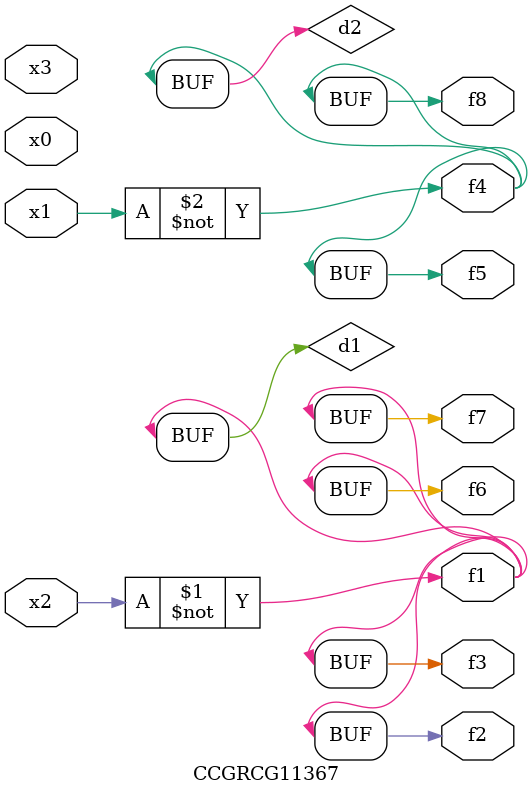
<source format=v>
module CCGRCG11367(
	input x0, x1, x2, x3,
	output f1, f2, f3, f4, f5, f6, f7, f8
);

	wire d1, d2;

	xnor (d1, x2);
	not (d2, x1);
	assign f1 = d1;
	assign f2 = d1;
	assign f3 = d1;
	assign f4 = d2;
	assign f5 = d2;
	assign f6 = d1;
	assign f7 = d1;
	assign f8 = d2;
endmodule

</source>
